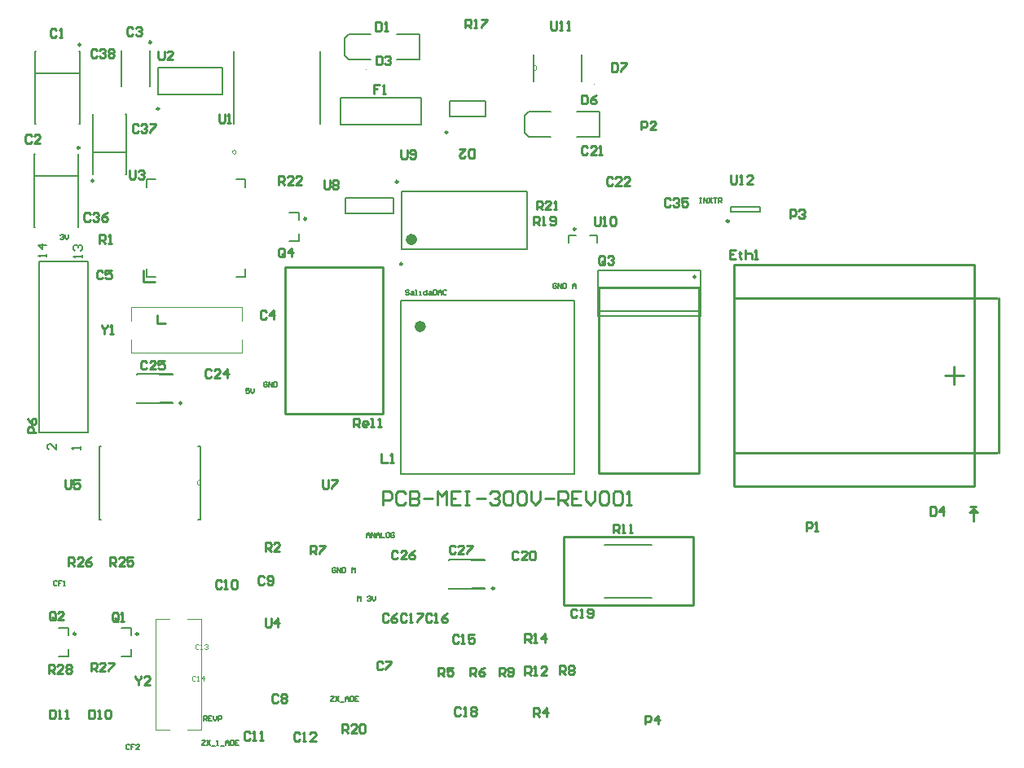
<source format=gto>
G04 Layer_Color=65535*
%FSLAX44Y44*%
%MOMM*%
G71*
G01*
G75*
%ADD45C,0.2540*%
%ADD47C,0.6000*%
%ADD64C,0.2500*%
%ADD65C,0.0000*%
%ADD66C,0.1000*%
%ADD67C,0.2000*%
%ADD68C,0.1200*%
%ADD69C,0.1524*%
%ADD70C,0.1270*%
%ADD71C,0.1500*%
%ADD72C,0.2032*%
D45*
X620400Y630800D02*
Y783200D01*
X518800D02*
X620400D01*
X518800Y630800D02*
Y783200D01*
Y630800D02*
X620400D01*
X1043500Y834000D02*
Y842997D01*
X1047999D01*
X1049498Y841498D01*
Y838499D01*
X1047999Y836999D01*
X1043500D01*
X1052497Y841498D02*
X1053997Y842997D01*
X1056996D01*
X1058495Y841498D01*
Y839998D01*
X1056996Y838499D01*
X1055496D01*
X1056996D01*
X1058495Y836999D01*
Y835499D01*
X1056996Y834000D01*
X1053997D01*
X1052497Y835499D01*
X357000Y883997D02*
Y876499D01*
X358499Y875000D01*
X361498D01*
X362998Y876499D01*
Y883997D01*
X365997Y882498D02*
X367497Y883997D01*
X370496D01*
X371995Y882498D01*
Y880998D01*
X370496Y879499D01*
X368996D01*
X370496D01*
X371995Y877999D01*
Y876499D01*
X370496Y875000D01*
X367497D01*
X365997Y876499D01*
X827000Y961997D02*
Y953000D01*
X831498D01*
X832998Y954500D01*
Y960498D01*
X831498Y961997D01*
X827000D01*
X841995D02*
X838996Y960498D01*
X835997Y957498D01*
Y954500D01*
X837497Y953000D01*
X840496D01*
X841995Y954500D01*
Y955999D01*
X840496Y957498D01*
X835997D01*
X840063Y835375D02*
Y827878D01*
X841562Y826378D01*
X844561D01*
X846061Y827878D01*
Y835375D01*
X849060Y826378D02*
X852059D01*
X850559D01*
Y835375D01*
X849060Y833876D01*
X856557D02*
X858057Y835375D01*
X861056D01*
X862555Y833876D01*
Y827878D01*
X861056Y826378D01*
X858057D01*
X856557Y827878D01*
Y833876D01*
X639318Y905109D02*
Y897611D01*
X640817Y896112D01*
X643817D01*
X645316Y897611D01*
Y905109D01*
X648315Y897611D02*
X649815Y896112D01*
X652814D01*
X654313Y897611D01*
Y903610D01*
X652814Y905109D01*
X649815D01*
X648315Y903610D01*
Y902110D01*
X649815Y900611D01*
X654313D01*
X777000Y827000D02*
Y835997D01*
X781498D01*
X782998Y834498D01*
Y831498D01*
X781498Y829999D01*
X777000D01*
X779999D02*
X782998Y827000D01*
X785997D02*
X788996D01*
X787497D01*
Y835997D01*
X785997Y834498D01*
X793495Y828500D02*
X794994Y827000D01*
X797993D01*
X799493Y828500D01*
Y834498D01*
X797993Y835997D01*
X794994D01*
X793495Y834498D01*
Y832998D01*
X794994Y831498D01*
X799493D01*
X512000Y869000D02*
Y877997D01*
X516498D01*
X517998Y876498D01*
Y873499D01*
X516498Y871999D01*
X512000D01*
X514999D02*
X517998Y869000D01*
X526995D02*
X520997D01*
X526995Y874998D01*
Y876498D01*
X525496Y877997D01*
X522497D01*
X520997Y876498D01*
X535992Y869000D02*
X529994D01*
X535992Y874998D01*
Y876498D01*
X534493Y877997D01*
X531494D01*
X529994Y876498D01*
X706000Y1032000D02*
Y1040997D01*
X710499D01*
X711998Y1039498D01*
Y1036498D01*
X710499Y1034999D01*
X706000D01*
X708999D02*
X711998Y1032000D01*
X714997D02*
X717996D01*
X716497D01*
Y1040997D01*
X714997Y1039498D01*
X722495Y1040997D02*
X728493D01*
Y1039498D01*
X722495Y1033500D01*
Y1032000D01*
X616998Y972997D02*
X611000D01*
Y968499D01*
X613999D01*
X611000D01*
Y964000D01*
X619997D02*
X622996D01*
X621497D01*
Y972997D01*
X619997Y971497D01*
X858150Y995347D02*
Y986350D01*
X862648D01*
X864148Y987849D01*
Y993847D01*
X862648Y995347D01*
X858150D01*
X867147D02*
X873145D01*
Y993847D01*
X867147Y987849D01*
Y986350D01*
X613193Y1002787D02*
Y993790D01*
X617691D01*
X619191Y995289D01*
Y1001287D01*
X617691Y1002787D01*
X613193D01*
X622190Y1001287D02*
X623690Y1002787D01*
X626689D01*
X628188Y1001287D01*
Y999788D01*
X626689Y998288D01*
X625189D01*
X626689D01*
X628188Y996789D01*
Y995289D01*
X626689Y993790D01*
X623690D01*
X622190Y995289D01*
X715000Y897003D02*
Y906000D01*
X710501D01*
X709002Y904501D01*
Y898502D01*
X710501Y897003D01*
X715000D01*
X700005Y906000D02*
X706003D01*
X700005Y900002D01*
Y898502D01*
X701504Y897003D01*
X704503D01*
X706003Y898502D01*
X695548Y492598D02*
X694048Y494097D01*
X691049D01*
X689550Y492598D01*
Y486600D01*
X691049Y485100D01*
X694048D01*
X695548Y486600D01*
X704545Y485100D02*
X698547D01*
X704545Y491098D01*
Y492598D01*
X703046Y494097D01*
X700047D01*
X698547Y492598D01*
X707544Y494097D02*
X713542D01*
Y492598D01*
X707544Y486600D01*
Y485100D01*
X635748Y487248D02*
X634249Y488747D01*
X631250D01*
X629750Y487248D01*
Y481250D01*
X631250Y479750D01*
X634249D01*
X635748Y481250D01*
X644745Y479750D02*
X638747D01*
X644745Y485748D01*
Y487248D01*
X643246Y488747D01*
X640247D01*
X638747Y487248D01*
X653742Y488747D02*
X650743Y487248D01*
X647744Y484249D01*
Y481250D01*
X649244Y479750D01*
X652243D01*
X653742Y481250D01*
Y482749D01*
X652243Y484249D01*
X647744D01*
X374998Y684498D02*
X373498Y685997D01*
X370499D01*
X369000Y684498D01*
Y678500D01*
X370499Y677000D01*
X373498D01*
X374998Y678500D01*
X383995Y677000D02*
X377997D01*
X383995Y682998D01*
Y684498D01*
X382496Y685997D01*
X379497D01*
X377997Y684498D01*
X392992Y685997D02*
X386994D01*
Y681498D01*
X389993Y682998D01*
X391493D01*
X392992Y681498D01*
Y678500D01*
X391493Y677000D01*
X388494D01*
X386994Y678500D01*
X441998Y675498D02*
X440499Y676997D01*
X437500D01*
X436000Y675498D01*
Y669500D01*
X437500Y668000D01*
X440499D01*
X441998Y669500D01*
X450995Y668000D02*
X444997D01*
X450995Y673998D01*
Y675498D01*
X449496Y676997D01*
X446497D01*
X444997Y675498D01*
X458493Y668000D02*
Y676997D01*
X453994Y672499D01*
X459992D01*
X768000Y393000D02*
Y401997D01*
X772498D01*
X773998Y400498D01*
Y397499D01*
X772498Y395999D01*
X768000D01*
X770999D02*
X773998Y393000D01*
X776997D02*
X779996D01*
X778497D01*
Y401997D01*
X776997Y400498D01*
X788993Y393000D02*
Y401997D01*
X784495Y397499D01*
X790493D01*
X741000Y358000D02*
Y366997D01*
X745499D01*
X746998Y365498D01*
Y362499D01*
X745499Y360999D01*
X741000D01*
X743999D02*
X746998Y358000D01*
X749997Y359500D02*
X751497Y358000D01*
X754496D01*
X755995Y359500D01*
Y365498D01*
X754496Y366997D01*
X751497D01*
X749997Y365498D01*
Y363998D01*
X751497Y362499D01*
X755995D01*
X280998Y1029498D02*
X279499Y1030997D01*
X276500D01*
X275000Y1029498D01*
Y1023500D01*
X276500Y1022000D01*
X279499D01*
X280998Y1023500D01*
X283997Y1022000D02*
X286996D01*
X285497D01*
Y1030997D01*
X283997Y1029498D01*
X254998Y919498D02*
X253499Y920997D01*
X250499D01*
X249000Y919498D01*
Y913500D01*
X250499Y912000D01*
X253499D01*
X254998Y913500D01*
X263995Y912000D02*
X257997D01*
X263995Y917998D01*
Y919498D01*
X262496Y920997D01*
X259497D01*
X257997Y919498D01*
X360456Y1031498D02*
X358957Y1032997D01*
X355958D01*
X354458Y1031498D01*
Y1025499D01*
X355958Y1024000D01*
X358957D01*
X360456Y1025499D01*
X363455Y1031498D02*
X364955Y1032997D01*
X367954D01*
X369453Y1031498D01*
Y1029998D01*
X367954Y1028499D01*
X366454D01*
X367954D01*
X369453Y1026999D01*
Y1025499D01*
X367954Y1024000D01*
X364955D01*
X363455Y1025499D01*
X498998Y736498D02*
X497499Y737997D01*
X494500D01*
X493000Y736498D01*
Y730499D01*
X494500Y729000D01*
X497499D01*
X498998Y730499D01*
X506496Y729000D02*
Y737997D01*
X501997Y733499D01*
X507995D01*
X328998Y778498D02*
X327499Y779997D01*
X324500D01*
X323000Y778498D01*
Y772499D01*
X324500Y771000D01*
X327499D01*
X328998Y772499D01*
X337995Y779997D02*
X331997D01*
Y775499D01*
X334996Y776998D01*
X336496D01*
X337995Y775499D01*
Y772499D01*
X336496Y771000D01*
X333497D01*
X331997Y772499D01*
X625998Y421498D02*
X624498Y422997D01*
X621499D01*
X620000Y421498D01*
Y415499D01*
X621499Y414000D01*
X624498D01*
X625998Y415499D01*
X634995Y422997D02*
X631996Y421498D01*
X628997Y418499D01*
Y415499D01*
X630497Y414000D01*
X633496D01*
X634995Y415499D01*
Y416999D01*
X633496Y418499D01*
X628997D01*
X620028Y372087D02*
X618529Y373586D01*
X615530D01*
X614030Y372087D01*
Y366088D01*
X615530Y364589D01*
X618529D01*
X620028Y366088D01*
X623027Y373586D02*
X629025D01*
Y372087D01*
X623027Y366088D01*
Y364589D01*
X511498Y337997D02*
X509999Y339497D01*
X507000D01*
X505500Y337997D01*
Y331999D01*
X507000Y330500D01*
X509999D01*
X511498Y331999D01*
X514497Y337997D02*
X515997Y339497D01*
X518996D01*
X520495Y337997D01*
Y336498D01*
X518996Y334998D01*
X520495Y333499D01*
Y331999D01*
X518996Y330500D01*
X515997D01*
X514497Y331999D01*
Y333499D01*
X515997Y334998D01*
X514497Y336498D01*
Y337997D01*
X515997Y334998D02*
X518996D01*
X496998Y460498D02*
X495499Y461997D01*
X492500D01*
X491000Y460498D01*
Y454500D01*
X492500Y453000D01*
X495499D01*
X496998Y454500D01*
X499997D02*
X501497Y453000D01*
X504496D01*
X505995Y454500D01*
Y460498D01*
X504496Y461997D01*
X501497D01*
X499997Y460498D01*
Y458998D01*
X501497Y457499D01*
X505995D01*
X452598Y456398D02*
X451099Y457897D01*
X448100D01*
X446600Y456398D01*
Y450400D01*
X448100Y448900D01*
X451099D01*
X452598Y450400D01*
X455597Y448900D02*
X458596D01*
X457097D01*
Y457897D01*
X455597Y456398D01*
X463095D02*
X464594Y457897D01*
X467593D01*
X469093Y456398D01*
Y450400D01*
X467593Y448900D01*
X464594D01*
X463095Y450400D01*
Y456398D01*
X481998Y298997D02*
X480499Y300497D01*
X477500D01*
X476000Y298997D01*
Y292999D01*
X477500Y291500D01*
X480499D01*
X481998Y292999D01*
X484997Y291500D02*
X487996D01*
X486497D01*
Y300497D01*
X484997Y298997D01*
X492495Y291500D02*
X495494D01*
X493994D01*
Y300497D01*
X492495Y298997D01*
X533998Y297997D02*
X532499Y299497D01*
X529500D01*
X528000Y297997D01*
Y291999D01*
X529500Y290500D01*
X532499D01*
X533998Y291999D01*
X536997Y290500D02*
X539996D01*
X538497D01*
Y299497D01*
X536997Y297997D01*
X550493Y290500D02*
X544495D01*
X550493Y296498D01*
Y297997D01*
X548993Y299497D01*
X545994D01*
X544495Y297997D01*
X698998Y399498D02*
X697499Y400997D01*
X694500D01*
X693000Y399498D01*
Y393499D01*
X694500Y392000D01*
X697499D01*
X698998Y393499D01*
X701997Y392000D02*
X704996D01*
X703497D01*
Y400997D01*
X701997Y399498D01*
X715493Y400997D02*
X709495D01*
Y396498D01*
X712494Y397998D01*
X713993D01*
X715493Y396498D01*
Y393499D01*
X713993Y392000D01*
X710994D01*
X709495Y393499D01*
X670998Y421498D02*
X669499Y422997D01*
X666499D01*
X665000Y421498D01*
Y415499D01*
X666499Y414000D01*
X669499D01*
X670998Y415499D01*
X673997Y414000D02*
X676996D01*
X675497D01*
Y422997D01*
X673997Y421498D01*
X687493Y422997D02*
X684494Y421498D01*
X681495Y418499D01*
Y415499D01*
X682994Y414000D01*
X685993D01*
X687493Y415499D01*
Y416999D01*
X685993Y418499D01*
X681495D01*
X644998Y421498D02*
X643499Y422997D01*
X640499D01*
X639000Y421498D01*
Y415499D01*
X640499Y414000D01*
X643499D01*
X644998Y415499D01*
X647997Y414000D02*
X650996D01*
X649497D01*
Y422997D01*
X647997Y421498D01*
X655495Y422997D02*
X661493D01*
Y421498D01*
X655495Y415499D01*
Y414000D01*
X700998Y324498D02*
X699499Y325997D01*
X696499D01*
X695000Y324498D01*
Y318500D01*
X696499Y317000D01*
X699499D01*
X700998Y318500D01*
X703997Y317000D02*
X706996D01*
X705497D01*
Y325997D01*
X703997Y324498D01*
X711495D02*
X712994Y325997D01*
X715993D01*
X717493Y324498D01*
Y322998D01*
X715993Y321498D01*
X717493Y319999D01*
Y318500D01*
X715993Y317000D01*
X712994D01*
X711495Y318500D01*
Y319999D01*
X712994Y321498D01*
X711495Y322998D01*
Y324498D01*
X712994Y321498D02*
X715993D01*
X821998Y426498D02*
X820499Y427997D01*
X817499D01*
X816000Y426498D01*
Y420499D01*
X817499Y419000D01*
X820499D01*
X821998Y420499D01*
X824997Y419000D02*
X827996D01*
X826497D01*
Y427997D01*
X824997Y426498D01*
X832495Y420499D02*
X833994Y419000D01*
X836993D01*
X838493Y420499D01*
Y426498D01*
X836993Y427997D01*
X833994D01*
X832495Y426498D01*
Y424998D01*
X833994Y423498D01*
X838493D01*
X760998Y486498D02*
X759499Y487997D01*
X756499D01*
X755000Y486498D01*
Y480499D01*
X756499Y479000D01*
X759499D01*
X760998Y480499D01*
X769995Y479000D02*
X763997D01*
X769995Y484998D01*
Y486498D01*
X768496Y487997D01*
X765497D01*
X763997Y486498D01*
X772994D02*
X774494Y487997D01*
X777493D01*
X778992Y486498D01*
Y480499D01*
X777493Y479000D01*
X774494D01*
X772994Y480499D01*
Y486498D01*
X832998Y907498D02*
X831498Y908997D01*
X828500D01*
X827000Y907498D01*
Y901499D01*
X828500Y900000D01*
X831498D01*
X832998Y901499D01*
X841995Y900000D02*
X835997D01*
X841995Y905998D01*
Y907498D01*
X840496Y908997D01*
X837497D01*
X835997Y907498D01*
X844994Y900000D02*
X847993D01*
X846494D01*
Y908997D01*
X844994Y907498D01*
X858998Y875498D02*
X857498Y876997D01*
X854500D01*
X853000Y875498D01*
Y869500D01*
X854500Y868000D01*
X857498D01*
X858998Y869500D01*
X867995Y868000D02*
X861997D01*
X867995Y873998D01*
Y875498D01*
X866496Y876997D01*
X863497D01*
X861997Y875498D01*
X876992Y868000D02*
X870994D01*
X876992Y873998D01*
Y875498D01*
X875493Y876997D01*
X872494D01*
X870994Y875498D01*
X613000Y1037997D02*
Y1029000D01*
X617499D01*
X618998Y1030499D01*
Y1036498D01*
X617499Y1037997D01*
X613000D01*
X621997Y1029000D02*
X624996D01*
X623497D01*
Y1037997D01*
X621997Y1036498D01*
X986998Y800997D02*
X981000D01*
Y792000D01*
X986998D01*
X981000Y796498D02*
X983999D01*
X991497Y799498D02*
Y797998D01*
X989997D01*
X992996D01*
X991497D01*
Y793500D01*
X992996Y792000D01*
X997495Y800997D02*
Y792000D01*
Y796498D01*
X998994Y797998D01*
X1001993D01*
X1003493Y796498D01*
Y792000D01*
X1006492D02*
X1009491D01*
X1007991D01*
Y800997D01*
X1006492Y799498D01*
X619000Y588997D02*
Y580000D01*
X624998D01*
X627997D02*
X630996D01*
X629497D01*
Y588997D01*
X627997Y587498D01*
X889000Y926000D02*
Y934997D01*
X893499D01*
X894998Y933498D01*
Y930499D01*
X893499Y928999D01*
X889000D01*
X903995Y926000D02*
X897997D01*
X903995Y931998D01*
Y933498D01*
X902496Y934997D01*
X899497D01*
X897997Y933498D01*
X517998Y795499D02*
Y801498D01*
X516498Y802997D01*
X513499D01*
X512000Y801498D01*
Y795499D01*
X513499Y794000D01*
X516498D01*
X514999Y796999D02*
X517998Y794000D01*
X516498D02*
X517998Y795499D01*
X525496Y794000D02*
Y802997D01*
X520997Y798499D01*
X526995D01*
X850998Y787499D02*
Y793498D01*
X849499Y794997D01*
X846499D01*
X845000Y793498D01*
Y787499D01*
X846499Y786000D01*
X849499D01*
X847999Y788999D02*
X850998Y786000D01*
X849499D02*
X850998Y787499D01*
X853997Y793498D02*
X855497Y794997D01*
X858496D01*
X859995Y793498D01*
Y791998D01*
X858496Y790499D01*
X856996D01*
X858496D01*
X859995Y788999D01*
Y787499D01*
X858496Y786000D01*
X855497D01*
X853997Y787499D01*
X326000Y808000D02*
Y816997D01*
X330499D01*
X331998Y815498D01*
Y812499D01*
X330499Y810999D01*
X326000D01*
X328999D02*
X331998Y808000D01*
X334997D02*
X337996D01*
X336497D01*
Y816997D01*
X334997Y815498D01*
X498000Y488000D02*
Y496997D01*
X502499D01*
X503998Y495498D01*
Y492499D01*
X502499Y490999D01*
X498000D01*
X500999D02*
X503998Y488000D01*
X512995D02*
X506997D01*
X512995Y493998D01*
Y495498D01*
X511496Y496997D01*
X508497D01*
X506997Y495498D01*
X777000Y316000D02*
Y324997D01*
X781498D01*
X782998Y323498D01*
Y320499D01*
X781498Y318999D01*
X777000D01*
X779999D02*
X782998Y316000D01*
X790496D02*
Y324997D01*
X785997Y320499D01*
X791995D01*
X678000Y358000D02*
Y366997D01*
X682498D01*
X683998Y365498D01*
Y362499D01*
X682498Y360999D01*
X678000D01*
X680999D02*
X683998Y358000D01*
X692995Y366997D02*
X686997D01*
Y362499D01*
X689996Y363998D01*
X691496D01*
X692995Y362499D01*
Y359500D01*
X691496Y358000D01*
X688497D01*
X686997Y359500D01*
X711000Y358000D02*
Y366997D01*
X715499D01*
X716998Y365498D01*
Y362499D01*
X715499Y360999D01*
X711000D01*
X713999D02*
X716998Y358000D01*
X725995Y366997D02*
X722996Y365498D01*
X719997Y362499D01*
Y359500D01*
X721497Y358000D01*
X724496D01*
X725995Y359500D01*
Y360999D01*
X724496Y362499D01*
X719997D01*
X545000Y485000D02*
Y493997D01*
X549498D01*
X550998Y492498D01*
Y489498D01*
X549498Y487999D01*
X545000D01*
X547999D02*
X550998Y485000D01*
X553997Y493997D02*
X559995D01*
Y492498D01*
X553997Y486499D01*
Y485000D01*
X804000Y360000D02*
Y368997D01*
X808499D01*
X809998Y367498D01*
Y364498D01*
X808499Y362999D01*
X804000D01*
X806999D02*
X809998Y360000D01*
X812997Y367498D02*
X814497Y368997D01*
X817496D01*
X818995Y367498D01*
Y365998D01*
X817496Y364498D01*
X818995Y362999D01*
Y361499D01*
X817496Y360000D01*
X814497D01*
X812997Y361499D01*
Y362999D01*
X814497Y364498D01*
X812997Y365998D01*
Y367498D01*
X814497Y364498D02*
X817496D01*
X860000Y507000D02*
Y515997D01*
X864499D01*
X865998Y514498D01*
Y511498D01*
X864499Y509999D01*
X860000D01*
X862999D02*
X865998Y507000D01*
X868997D02*
X871996D01*
X870497D01*
Y515997D01*
X868997Y514498D01*
X876495Y507000D02*
X879494D01*
X877994D01*
Y515997D01*
X876495Y514498D01*
X768000Y359000D02*
Y367997D01*
X772498D01*
X773998Y366498D01*
Y363498D01*
X772498Y361999D01*
X768000D01*
X770999D02*
X773998Y359000D01*
X776997D02*
X779996D01*
X778497D01*
Y367997D01*
X776997Y366498D01*
X790493Y359000D02*
X784495D01*
X790493Y364998D01*
Y366498D01*
X788993Y367997D01*
X785994D01*
X784495Y366498D01*
X780000Y843000D02*
Y851997D01*
X784499D01*
X785998Y850498D01*
Y847498D01*
X784499Y845999D01*
X780000D01*
X782999D02*
X785998Y843000D01*
X794995D02*
X788997D01*
X794995Y848998D01*
Y850498D01*
X793496Y851997D01*
X790497D01*
X788997Y850498D01*
X797994Y843000D02*
X800993D01*
X799494D01*
Y851997D01*
X797994Y850498D01*
X450000Y941997D02*
Y934500D01*
X451499Y933000D01*
X454498D01*
X455998Y934500D01*
Y941997D01*
X458997Y933000D02*
X461996D01*
X460497D01*
Y941997D01*
X458997Y940498D01*
X387000Y1007997D02*
Y1000499D01*
X388499Y999000D01*
X391498D01*
X392998Y1000499D01*
Y1007997D01*
X401995Y999000D02*
X395997D01*
X401995Y1004998D01*
Y1006498D01*
X400496Y1007997D01*
X397497D01*
X395997Y1006498D01*
X498000Y417997D02*
Y410499D01*
X499500Y409000D01*
X502499D01*
X503998Y410499D01*
Y417997D01*
X511496Y409000D02*
Y417997D01*
X506997Y413498D01*
X512995D01*
X290000Y561997D02*
Y554500D01*
X291500Y553000D01*
X294499D01*
X295998Y554500D01*
Y561997D01*
X304995D02*
X298997D01*
Y557499D01*
X301996Y558998D01*
X303496D01*
X304995Y557499D01*
Y554500D01*
X303496Y553000D01*
X300497D01*
X298997Y554500D01*
X795000Y1038997D02*
Y1031499D01*
X796499Y1030000D01*
X799499D01*
X800998Y1031499D01*
Y1038997D01*
X803997Y1030000D02*
X806996D01*
X805497D01*
Y1038997D01*
X803997Y1037498D01*
X811495Y1030000D02*
X814494D01*
X812994D01*
Y1038997D01*
X811495Y1037498D01*
X558000Y561997D02*
Y554500D01*
X559500Y553000D01*
X562499D01*
X563998Y554500D01*
Y561997D01*
X566997D02*
X572995D01*
Y560498D01*
X566997Y554500D01*
Y553000D01*
X328000Y722997D02*
Y721498D01*
X330999Y718499D01*
X333998Y721498D01*
Y722997D01*
X330999Y718499D02*
Y714000D01*
X336997D02*
X339996D01*
X338497D01*
Y722997D01*
X336997Y721498D01*
X363000Y357997D02*
Y356498D01*
X365999Y353498D01*
X368998Y356498D01*
Y357997D01*
X365999Y353498D02*
Y349000D01*
X377995D02*
X371997D01*
X377995Y354998D01*
Y356498D01*
X376496Y357997D01*
X373497D01*
X371997Y356498D01*
X559054Y873613D02*
Y866115D01*
X560554Y864616D01*
X563553D01*
X565052Y866115D01*
Y873613D01*
X568051Y872114D02*
X569551Y873613D01*
X572550D01*
X574049Y872114D01*
Y870614D01*
X572550Y869115D01*
X574049Y867615D01*
Y866115D01*
X572550Y864616D01*
X569551D01*
X568051Y866115D01*
Y867615D01*
X569551Y869115D01*
X568051Y870614D01*
Y872114D01*
X569551Y869115D02*
X572550D01*
X590000Y617000D02*
Y625997D01*
X594498D01*
X595998Y624498D01*
Y621499D01*
X594498Y619999D01*
X590000D01*
X592999D02*
X595998Y617000D01*
X603496D02*
X600497D01*
X598997Y618499D01*
Y621499D01*
X600497Y622998D01*
X603496D01*
X604995Y621499D01*
Y619999D01*
X598997D01*
X607994Y617000D02*
X610993D01*
X609494D01*
Y625997D01*
X607994D01*
X615492Y617000D02*
X618491D01*
X616991D01*
Y625997D01*
X615492Y624498D01*
X918998Y853498D02*
X917498Y854997D01*
X914500D01*
X913000Y853498D01*
Y847499D01*
X914500Y846000D01*
X917498D01*
X918998Y847499D01*
X921997Y853498D02*
X923497Y854997D01*
X926496D01*
X927995Y853498D01*
Y851998D01*
X926496Y850499D01*
X924996D01*
X926496D01*
X927995Y848999D01*
Y847499D01*
X926496Y846000D01*
X923497D01*
X921997Y847499D01*
X936992Y854997D02*
X930994D01*
Y850499D01*
X933993Y851998D01*
X935493D01*
X936992Y850499D01*
Y847499D01*
X935493Y846000D01*
X932494D01*
X930994Y847499D01*
X315998Y838498D02*
X314499Y839997D01*
X311500D01*
X310000Y838498D01*
Y832499D01*
X311500Y831000D01*
X314499D01*
X315998Y832499D01*
X318997Y838498D02*
X320497Y839997D01*
X323496D01*
X324995Y838498D01*
Y836998D01*
X323496Y835499D01*
X321996D01*
X323496D01*
X324995Y833999D01*
Y832499D01*
X323496Y831000D01*
X320497D01*
X318997Y832499D01*
X333992Y839997D02*
X330993Y838498D01*
X327994Y835499D01*
Y832499D01*
X329494Y831000D01*
X332493D01*
X333992Y832499D01*
Y833999D01*
X332493Y835499D01*
X327994D01*
X365998Y930498D02*
X364498Y931997D01*
X361499D01*
X360000Y930498D01*
Y924500D01*
X361499Y923000D01*
X364498D01*
X365998Y924500D01*
X368997Y930498D02*
X370497Y931997D01*
X373496D01*
X374995Y930498D01*
Y928998D01*
X373496Y927499D01*
X371996D01*
X373496D01*
X374995Y925999D01*
Y924500D01*
X373496Y923000D01*
X370497D01*
X368997Y924500D01*
X377994Y931997D02*
X383992D01*
Y930498D01*
X377994Y924500D01*
Y923000D01*
X322998Y1008498D02*
X321498Y1009997D01*
X318500D01*
X317000Y1008498D01*
Y1002499D01*
X318500Y1001000D01*
X321498D01*
X322998Y1002499D01*
X325997Y1008498D02*
X327497Y1009997D01*
X330496D01*
X331995Y1008498D01*
Y1006998D01*
X330496Y1005499D01*
X328996D01*
X330496D01*
X331995Y1003999D01*
Y1002499D01*
X330496Y1001000D01*
X327497D01*
X325997Y1002499D01*
X334994Y1008498D02*
X336494Y1009997D01*
X339493D01*
X340992Y1008498D01*
Y1006998D01*
X339493Y1005499D01*
X340992Y1003999D01*
Y1002499D01*
X339493Y1001000D01*
X336494D01*
X334994Y1002499D01*
Y1003999D01*
X336494Y1005499D01*
X334994Y1006998D01*
Y1008498D01*
X336494Y1005499D02*
X339493D01*
X1189000Y533997D02*
Y525000D01*
X1193499D01*
X1194998Y526499D01*
Y532498D01*
X1193499Y533997D01*
X1189000D01*
X1202496Y525000D02*
Y533997D01*
X1197997Y529498D01*
X1203995D01*
X315000Y322997D02*
Y314000D01*
X319499D01*
X320998Y315499D01*
Y321498D01*
X319499Y322997D01*
X315000D01*
X323997Y314000D02*
X326996D01*
X325497D01*
Y322997D01*
X323997Y321498D01*
X331495D02*
X332994Y322997D01*
X335993D01*
X337493Y321498D01*
Y315499D01*
X335993Y314000D01*
X332994D01*
X331495Y315499D01*
Y321498D01*
X274000Y322997D02*
Y314000D01*
X278499D01*
X279998Y315499D01*
Y321498D01*
X278499Y322997D01*
X274000D01*
X282997Y314000D02*
X285996D01*
X284497D01*
Y322997D01*
X282997Y321498D01*
X290495Y314000D02*
X293494D01*
X291994D01*
Y322997D01*
X290495Y321498D01*
X344998Y416499D02*
Y422498D01*
X343499Y423997D01*
X340499D01*
X339000Y422498D01*
Y416499D01*
X340499Y415000D01*
X343499D01*
X341999Y417999D02*
X344998Y415000D01*
X343499D02*
X344998Y416499D01*
X347997Y415000D02*
X350996D01*
X349497D01*
Y423997D01*
X347997Y422498D01*
X279648Y417749D02*
Y423748D01*
X278148Y425247D01*
X275149D01*
X273650Y423748D01*
Y417749D01*
X275149Y416250D01*
X278148D01*
X276649Y419249D02*
X279648Y416250D01*
X278148D02*
X279648Y417749D01*
X288645Y416250D02*
X282647D01*
X288645Y422248D01*
Y423748D01*
X287146Y425247D01*
X284147D01*
X282647Y423748D01*
X578000Y299000D02*
Y307997D01*
X582499D01*
X583998Y306498D01*
Y303499D01*
X582499Y301999D01*
X578000D01*
X580999D02*
X583998Y299000D01*
X592995D02*
X586997D01*
X592995Y304998D01*
Y306498D01*
X591496Y307997D01*
X588497D01*
X586997Y306498D01*
X595994D02*
X597494Y307997D01*
X600493D01*
X601992Y306498D01*
Y300499D01*
X600493Y299000D01*
X597494D01*
X595994Y300499D01*
Y306498D01*
X336600Y472500D02*
Y481497D01*
X341099D01*
X342598Y479998D01*
Y476998D01*
X341099Y475499D01*
X336600D01*
X339599D02*
X342598Y472500D01*
X351595D02*
X345597D01*
X351595Y478498D01*
Y479998D01*
X350096Y481497D01*
X347097D01*
X345597Y479998D01*
X360592Y481497D02*
X354594D01*
Y476998D01*
X357593Y478498D01*
X359093D01*
X360592Y476998D01*
Y473999D01*
X359093Y472500D01*
X356094D01*
X354594Y473999D01*
X293600Y472500D02*
Y481497D01*
X298099D01*
X299598Y479997D01*
Y476998D01*
X298099Y475499D01*
X293600D01*
X296599D02*
X299598Y472500D01*
X308595D02*
X302597D01*
X308595Y478498D01*
Y479997D01*
X307096Y481497D01*
X304097D01*
X302597Y479997D01*
X317592Y481497D02*
X314593Y479997D01*
X311594Y476998D01*
Y473999D01*
X313094Y472500D01*
X316093D01*
X317592Y473999D01*
Y475499D01*
X316093Y476998D01*
X311594D01*
X317000Y363000D02*
Y371997D01*
X321498D01*
X322998Y370498D01*
Y367499D01*
X321498Y365999D01*
X317000D01*
X319999D02*
X322998Y363000D01*
X331995D02*
X325997D01*
X331995Y368998D01*
Y370498D01*
X330496Y371997D01*
X327497D01*
X325997Y370498D01*
X334994Y371997D02*
X340992D01*
Y370498D01*
X334994Y364500D01*
Y363000D01*
X273000Y361000D02*
Y369997D01*
X277498D01*
X278998Y368498D01*
Y365499D01*
X277498Y363999D01*
X273000D01*
X275999D02*
X278998Y361000D01*
X287995D02*
X281997D01*
X287995Y366998D01*
Y368498D01*
X286496Y369997D01*
X283497D01*
X281997Y368498D01*
X290994D02*
X292494Y369997D01*
X295493D01*
X296992Y368498D01*
Y366998D01*
X295493Y365499D01*
X296992Y363999D01*
Y362500D01*
X295493Y361000D01*
X292494D01*
X290994Y362500D01*
Y363999D01*
X292494Y365499D01*
X290994Y366998D01*
Y368498D01*
X292494Y365499D02*
X295493D01*
X982000Y878997D02*
Y871499D01*
X983500Y870000D01*
X986498D01*
X987998Y871499D01*
Y878997D01*
X990997Y870000D02*
X993996D01*
X992497D01*
Y878997D01*
X990997Y877498D01*
X1004493Y870000D02*
X998495D01*
X1004493Y875998D01*
Y877498D01*
X1002993Y878997D01*
X999994D01*
X998495Y877498D01*
X1060196Y509270D02*
Y518267D01*
X1064695D01*
X1066194Y516768D01*
Y513769D01*
X1064695Y512269D01*
X1060196D01*
X1069193Y509270D02*
X1072192D01*
X1070693D01*
Y518267D01*
X1069193Y516768D01*
X893000Y308000D02*
Y316997D01*
X897498D01*
X898998Y315498D01*
Y312498D01*
X897498Y310999D01*
X893000D01*
X906496Y308000D02*
Y316997D01*
X901997Y312498D01*
X907995D01*
X260000Y611000D02*
X251003D01*
Y615499D01*
X252502Y616998D01*
X255501D01*
X257001Y615499D01*
Y611000D01*
X251003Y625995D02*
X252502Y622996D01*
X255501Y619997D01*
X258500D01*
X260000Y621497D01*
Y624496D01*
X258500Y625995D01*
X257001D01*
X255501Y624496D01*
Y619997D01*
X620000Y536000D02*
Y550235D01*
X627118D01*
X629490Y547863D01*
Y543118D01*
X627118Y540745D01*
X620000D01*
X643726Y547863D02*
X641353Y550235D01*
X636608D01*
X634235Y547863D01*
Y538373D01*
X636608Y536000D01*
X641353D01*
X643726Y538373D01*
X648471Y550235D02*
Y536000D01*
X655589D01*
X657961Y538373D01*
Y540745D01*
X655589Y543118D01*
X648471D01*
X655589D01*
X657961Y545490D01*
Y547863D01*
X655589Y550235D01*
X648471D01*
X662706Y543118D02*
X672197D01*
X676942Y536000D02*
Y550235D01*
X681687Y545490D01*
X686432Y550235D01*
Y536000D01*
X700667Y550235D02*
X691177D01*
Y536000D01*
X700667D01*
X691177Y543118D02*
X695922D01*
X705412Y550235D02*
X710158D01*
X707785D01*
Y536000D01*
X705412D01*
X710158D01*
X717275Y543118D02*
X726766D01*
X731511Y547863D02*
X733883Y550235D01*
X738628D01*
X741001Y547863D01*
Y545490D01*
X738628Y543118D01*
X736256D01*
X738628D01*
X741001Y540745D01*
Y538373D01*
X738628Y536000D01*
X733883D01*
X731511Y538373D01*
X745746Y547863D02*
X748119Y550235D01*
X752864D01*
X755236Y547863D01*
Y538373D01*
X752864Y536000D01*
X748119D01*
X745746Y538373D01*
Y547863D01*
X759982D02*
X762354Y550235D01*
X767099D01*
X769472Y547863D01*
Y538373D01*
X767099Y536000D01*
X762354D01*
X759982Y538373D01*
Y547863D01*
X774217Y550235D02*
Y540745D01*
X778962Y536000D01*
X783707Y540745D01*
Y550235D01*
X788452Y543118D02*
X797943D01*
X802688Y536000D02*
Y550235D01*
X809805D01*
X812178Y547863D01*
Y543118D01*
X809805Y540745D01*
X802688D01*
X807433D02*
X812178Y536000D01*
X826413Y550235D02*
X816923D01*
Y536000D01*
X826413D01*
X816923Y543118D02*
X821668D01*
X831159Y550235D02*
Y540745D01*
X835904Y536000D01*
X840649Y540745D01*
Y550235D01*
X845394Y547863D02*
X847766Y550235D01*
X852512D01*
X854884Y547863D01*
Y538373D01*
X852512Y536000D01*
X847766D01*
X845394Y538373D01*
Y547863D01*
X859629D02*
X862002Y550235D01*
X866747D01*
X869120Y547863D01*
Y538373D01*
X866747Y536000D01*
X862002D01*
X859629Y538373D01*
Y547863D01*
X873865Y536000D02*
X878610D01*
X876237D01*
Y550235D01*
X873865Y547863D01*
D47*
X653000Y812000D02*
G03*
X653000Y812000I-3000J0D01*
G01*
X662150Y721500D02*
G03*
X662150Y721500I-3000J0D01*
G01*
D64*
X319750Y873000D02*
G03*
X319750Y873000I-1250J0D01*
G01*
X640600Y786500D02*
G03*
X640600Y786500I-1250J0D01*
G01*
X980000Y831000D02*
G03*
X980000Y831000I-1250J0D01*
G01*
X301150Y402000D02*
G03*
X301150Y402000I-1250J0D01*
G01*
X635950Y872000D02*
G03*
X635950Y872000I-1250J0D01*
G01*
X387750Y948000D02*
G03*
X387750Y948000I-1250J0D01*
G01*
X945450Y773100D02*
G03*
X945450Y773100I-1250J0D01*
G01*
X540750Y833500D02*
G03*
X540750Y833500I-1250J0D01*
G01*
X379708Y1017000D02*
G03*
X379708Y1017000I-1250J0D01*
G01*
X305250Y907500D02*
G03*
X305250Y907500I-1250J0D01*
G01*
X306250Y1014500D02*
G03*
X306250Y1014500I-1250J0D01*
G01*
X411250Y642000D02*
G03*
X411250Y642000I-1250J0D01*
G01*
X736050Y449100D02*
G03*
X736050Y449100I-1250J0D01*
G01*
X687550Y923500D02*
G03*
X687550Y923500I-1250J0D01*
G01*
X820813Y822878D02*
G03*
X820813Y822878I-1250J0D01*
G01*
X366150Y402000D02*
G03*
X366150Y402000I-1250J0D01*
G01*
X844350Y569100D02*
X948450D01*
X1214000Y661200D02*
Y679700D01*
X1204300Y670400D02*
X1223600D01*
X1235000Y589900D02*
Y750900D01*
Y589900D02*
X1259000D01*
X1260000D02*
Y750900D01*
X1235000D02*
X1259000D01*
X1235000D02*
Y751500D01*
Y750900D02*
Y785400D01*
X985000D02*
X1235000D01*
X985000Y664000D02*
Y785400D01*
Y750900D02*
X1235000D01*
X985000Y589900D02*
X1235000D01*
X985000Y555400D02*
Y664000D01*
Y555400D02*
X1235000D01*
Y589900D01*
X371000Y768000D02*
X383000D01*
X371000D02*
Y770000D01*
Y780000D01*
X844350Y569100D02*
Y762100D01*
X948450Y569100D02*
Y762100D01*
X844350D02*
X948450D01*
X943000Y431875D02*
Y503000D01*
X808000D02*
X943000D01*
X808000Y431875D02*
Y503000D01*
Y431875D02*
X943000D01*
X386000Y725000D02*
X394000D01*
X386000D02*
Y733000D01*
X1231000Y534000D02*
X1237000D01*
X1231000D02*
X1234000D01*
X1230000Y528000D02*
X1238000D01*
X1230000D02*
X1234000Y532000D01*
Y532000D01*
X1238000Y528000D01*
X1234000Y519000D02*
Y532000D01*
D65*
X777308Y987352D02*
G03*
X777308Y993448I0J3048D01*
G01*
X430578Y562048D02*
G03*
X430578Y555952I0J-3048D01*
G01*
X468000Y902650D02*
G03*
X468000Y902650I-2000J0D01*
G01*
D66*
X603704Y988977D02*
G03*
X603704Y988977I-500J0D01*
G01*
X840513Y973410D02*
G03*
X840513Y973410I-500J0D01*
G01*
X429332Y390165D02*
X428499Y390998D01*
X426833D01*
X426000Y390165D01*
Y386833D01*
X426833Y386000D01*
X428499D01*
X429332Y386833D01*
X430998Y386000D02*
X432664D01*
X431831D01*
Y390998D01*
X430998Y390165D01*
X435164D02*
X435997Y390998D01*
X437663D01*
X438496Y390165D01*
Y389332D01*
X437663Y388499D01*
X436830D01*
X437663D01*
X438496Y387666D01*
Y386833D01*
X437663Y386000D01*
X435997D01*
X435164Y386833D01*
X425332Y357165D02*
X424499Y357998D01*
X422833D01*
X422000Y357165D01*
Y353833D01*
X422833Y353000D01*
X424499D01*
X425332Y353833D01*
X426998Y353000D02*
X428665D01*
X427831D01*
Y357998D01*
X426998Y357165D01*
X433663Y353000D02*
Y357998D01*
X431164Y355499D01*
X434496D01*
D67*
X353000Y879500D02*
X353500D01*
X318500D02*
X319000D01*
X318500Y903000D02*
X353500D01*
X353000Y942500D02*
X353500D01*
X318500D02*
X319000D01*
X318500Y879500D02*
Y942500D01*
X353500Y879500D02*
Y942500D01*
X660000Y931030D02*
Y958970D01*
X576000Y931030D02*
Y958970D01*
X576090D02*
X659910D01*
X576090Y931030D02*
X659910D01*
X640000Y802000D02*
X770000D01*
X640000Y862000D02*
X770000D01*
X640000Y802000D02*
Y862000D01*
X770000Y802000D02*
Y862000D01*
X313800Y611500D02*
Y789300D01*
X263000Y611500D02*
Y789300D01*
Y611500D02*
X313800D01*
X263000Y789300D02*
X313800D01*
X981500Y845500D02*
X1012500D01*
X981500Y840500D02*
X1012500D01*
Y845500D01*
X981500Y840500D02*
Y845500D01*
X293400Y378500D02*
Y386500D01*
X283400Y378500D02*
X293400D01*
Y400500D02*
Y408500D01*
X283400D02*
X293400D01*
X581650Y855500D02*
X631650D01*
X581650Y839500D02*
X631650D01*
Y855500D01*
X581650Y839500D02*
Y855500D01*
X453501Y963000D02*
Y991000D01*
X386501Y963000D02*
Y991000D01*
X453501D01*
X386501Y963000D02*
X453501D01*
X843700Y732600D02*
Y779600D01*
X950700Y732600D02*
Y779600D01*
X843700D02*
X950700D01*
X843700Y732600D02*
X950700D01*
X843700Y737600D02*
X950700D01*
X533000Y810000D02*
Y818000D01*
X523000Y810000D02*
X533000D01*
Y832000D02*
Y840000D01*
X523000D02*
X533000D01*
X638850Y567850D02*
Y748150D01*
X819150Y567850D02*
Y748150D01*
X638850D02*
X819150D01*
X638850Y567850D02*
X819150D01*
X585000Y1025250D02*
X607500D01*
X585000Y998750D02*
X607500D01*
X658500D02*
Y1025250D01*
X634500D02*
X658500D01*
X634500Y998750D02*
X658500D01*
X580500Y1020750D02*
X585000Y1025250D01*
X580500Y1003250D02*
X585000Y998750D01*
X580500Y1003250D02*
Y1020750D01*
X377958Y995000D02*
Y1008500D01*
Y971500D02*
X378458D01*
X348958Y995000D02*
Y1008500D01*
X348458Y971500D02*
X348958D01*
X378458D02*
Y1008500D01*
X348458Y971500D02*
Y1008500D01*
X303500Y825000D02*
X304000D01*
X258000D02*
X258500D01*
X258000D02*
Y901001D01*
X304000Y825000D02*
Y901001D01*
X258000D02*
X258500D01*
X303500D02*
X304000D01*
X258000Y878000D02*
X304000D01*
X304500Y932000D02*
X305000D01*
X259000D02*
X259500D01*
X259000D02*
Y1008000D01*
X305000Y932000D02*
Y1008000D01*
X259000D02*
X259500D01*
X304500D02*
X305000D01*
X259000Y985000D02*
X305000D01*
X388000Y642500D02*
X401500D01*
X364500Y642000D02*
Y642500D01*
X388000Y671500D02*
X401500D01*
X364500D02*
Y672000D01*
Y642000D02*
X401500D01*
X364500Y672000D02*
X401500D01*
X712800Y449600D02*
X726300D01*
X689300Y449100D02*
Y449600D01*
X712800Y478600D02*
X726300D01*
X689300D02*
Y479100D01*
Y449100D02*
X726300D01*
X689300Y479100D02*
X726300D01*
X727050Y940000D02*
Y956000D01*
X689350Y940000D02*
Y956000D01*
X727050D01*
X689350Y940000D02*
X727050D01*
X835062Y816379D02*
X843062D01*
Y808379D02*
Y816379D01*
X813063D02*
X821062D01*
X813063Y808379D02*
Y816379D01*
X772000Y945250D02*
X794500D01*
X772000Y918750D02*
X794500D01*
X845500D02*
Y945250D01*
X821500D02*
X845500D01*
X821500Y918750D02*
X845500D01*
X767500Y940750D02*
X772000Y945250D01*
X767500Y923250D02*
X772000Y918750D01*
X767500Y923250D02*
Y940750D01*
X358400Y378500D02*
Y386500D01*
X348400Y378500D02*
X358400D01*
Y400500D02*
Y408500D01*
X348400D02*
X358400D01*
D68*
X417500Y302200D02*
X431800D01*
Y417200D01*
X417500D02*
X431800D01*
X383800Y302200D02*
X398100D01*
X383800D02*
Y417200D01*
X398100D01*
X358500Y694000D02*
Y708300D01*
Y694000D02*
X473500D01*
Y708300D01*
X358500Y727700D02*
Y742000D01*
X473500D01*
Y727700D02*
Y742000D01*
D69*
X777308Y976684D02*
Y987352D01*
Y993448D01*
Y1004116D01*
X827092Y976684D02*
Y1004116D01*
X428546Y597100D02*
X430578D01*
Y562048D02*
Y597100D01*
Y555952D02*
Y562048D01*
Y520900D02*
Y555952D01*
X325422Y520900D02*
X327454D01*
X325422D02*
Y597100D01*
X327454D01*
X428546Y520900D02*
X430578D01*
X374946Y875054D02*
X383836D01*
X477054Y866164D02*
Y875054D01*
X468164Y772946D02*
X477054D01*
X374946D02*
X383836D01*
X374946Y866164D02*
Y875054D01*
X468164D02*
X477054D01*
Y772946D02*
Y781836D01*
X374946Y772946D02*
Y781836D01*
D70*
X554958Y932535D02*
Y1007465D01*
X465042Y932535D02*
Y1007465D01*
X603000Y502000D02*
Y505386D01*
X604693Y507078D01*
X606386Y505386D01*
Y502000D01*
Y504539D01*
X603000D01*
X608078Y502000D02*
Y507078D01*
X611464Y502000D01*
Y507078D01*
X613157Y502000D02*
Y505386D01*
X614850Y507078D01*
X616542Y505386D01*
Y502000D01*
Y504539D01*
X613157D01*
X618235Y507078D02*
Y502000D01*
X621621D01*
X625853Y507078D02*
X624160D01*
X623313Y506232D01*
Y502846D01*
X624160Y502000D01*
X625853D01*
X626699Y502846D01*
Y506232D01*
X625853Y507078D01*
X631777Y506232D02*
X630931Y507078D01*
X629238D01*
X628392Y506232D01*
Y502846D01*
X629238Y502000D01*
X630931D01*
X631777Y502846D01*
Y504539D01*
X630084D01*
X594000Y435893D02*
Y440971D01*
X595693Y439278D01*
X597385Y440971D01*
Y435893D01*
X604157Y440125D02*
X605003Y440971D01*
X606696D01*
X607542Y440125D01*
Y439278D01*
X606696Y438432D01*
X605849D01*
X606696D01*
X607542Y437585D01*
Y436739D01*
X606696Y435893D01*
X605003D01*
X604157Y436739D01*
X609235Y440971D02*
Y437585D01*
X610928Y435893D01*
X612621Y437585D01*
Y440971D01*
X647276Y758612D02*
X646429Y759458D01*
X644736D01*
X643890Y758612D01*
Y757766D01*
X644736Y756919D01*
X646429D01*
X647276Y756073D01*
Y755226D01*
X646429Y754380D01*
X644736D01*
X643890Y755226D01*
X649815Y757766D02*
X651507D01*
X652354Y756919D01*
Y754380D01*
X649815D01*
X648968Y755226D01*
X649815Y756073D01*
X652354D01*
X654047Y754380D02*
X655740D01*
X654893D01*
Y759458D01*
X654047D01*
X658279Y754380D02*
X659971D01*
X659125D01*
Y757766D01*
X658279D01*
X665896Y759458D02*
Y754380D01*
X663357D01*
X662511Y755226D01*
Y756919D01*
X663357Y757766D01*
X665896D01*
X668435D02*
X670128D01*
X670975Y756919D01*
Y754380D01*
X668435D01*
X667589Y755226D01*
X668435Y756073D01*
X670975D01*
X672667Y759458D02*
Y754380D01*
X675207D01*
X676053Y755226D01*
Y758612D01*
X675207Y759458D01*
X672667D01*
X677746Y754380D02*
Y757766D01*
X679438Y759458D01*
X681131Y757766D01*
Y754380D01*
Y756919D01*
X677746D01*
X686210Y758612D02*
X685363Y759458D01*
X683670D01*
X682824Y758612D01*
Y755226D01*
X683670Y754380D01*
X685363D01*
X686210Y755226D01*
X566000Y337078D02*
X569386D01*
Y336232D01*
X566000Y332846D01*
Y332000D01*
X569386D01*
X571078Y337078D02*
X574464Y332000D01*
Y337078D02*
X571078Y332000D01*
X576157Y331154D02*
X579542D01*
X581235Y332000D02*
Y335386D01*
X582928Y337078D01*
X584621Y335386D01*
Y332000D01*
Y334539D01*
X581235D01*
X586313Y337078D02*
Y332000D01*
X588853D01*
X589699Y332846D01*
Y336232D01*
X588853Y337078D01*
X586313D01*
X594777D02*
X591392D01*
Y332000D01*
X594777D01*
X591392Y334539D02*
X593084D01*
X432000Y291078D02*
X435386D01*
Y290232D01*
X432000Y286846D01*
Y286000D01*
X435386D01*
X437078Y291078D02*
X440464Y286000D01*
Y291078D02*
X437078Y286000D01*
X442157Y285154D02*
X445542D01*
X447235Y286000D02*
X448928D01*
X448082D01*
Y291078D01*
X447235Y290232D01*
X451467Y285154D02*
X454853D01*
X456545Y286000D02*
Y289386D01*
X458238Y291078D01*
X459931Y289386D01*
Y286000D01*
Y288539D01*
X456545D01*
X461624Y291078D02*
Y286000D01*
X464163D01*
X465009Y286846D01*
Y290232D01*
X464163Y291078D01*
X461624D01*
X470088D02*
X466702D01*
Y286000D01*
X470088D01*
X466702Y288539D02*
X468395D01*
X434000Y312000D02*
Y317078D01*
X436539D01*
X437386Y316232D01*
Y314539D01*
X436539Y313693D01*
X434000D01*
X435693D02*
X437386Y312000D01*
X442464Y317078D02*
X439078D01*
Y312000D01*
X442464D01*
X439078Y314539D02*
X440771D01*
X444157Y317078D02*
Y313693D01*
X445849Y312000D01*
X447542Y313693D01*
Y317078D01*
X449235Y312000D02*
Y317078D01*
X451774D01*
X452621Y316232D01*
Y314539D01*
X451774Y313693D01*
X449235D01*
X800386Y765232D02*
X799539Y766078D01*
X797846D01*
X797000Y765232D01*
Y761846D01*
X797846Y761000D01*
X799539D01*
X800386Y761846D01*
Y763539D01*
X798693D01*
X802078Y761000D02*
Y766078D01*
X805464Y761000D01*
Y766078D01*
X807157D02*
Y761000D01*
X809696D01*
X810542Y761846D01*
Y765232D01*
X809696Y766078D01*
X807157D01*
X817313Y761000D02*
Y764386D01*
X819006Y766078D01*
X820699Y764386D01*
Y761000D01*
Y763539D01*
X817313D01*
X281386Y456232D02*
X280539Y457078D01*
X278846D01*
X278000Y456232D01*
Y452846D01*
X278846Y452000D01*
X280539D01*
X281386Y452846D01*
X286464Y457078D02*
X283078D01*
Y454539D01*
X284771D01*
X283078D01*
Y452000D01*
X288157D02*
X289849D01*
X289003D01*
Y457078D01*
X288157Y456232D01*
X285000Y816232D02*
X285846Y817078D01*
X287539D01*
X288386Y816232D01*
Y815386D01*
X287539Y814539D01*
X286693D01*
X287539D01*
X288386Y813693D01*
Y812846D01*
X287539Y812000D01*
X285846D01*
X285000Y812846D01*
X290078Y817078D02*
Y813693D01*
X291771Y812000D01*
X293464Y813693D01*
Y817078D01*
X950000Y855078D02*
X951693D01*
X950846D01*
Y850000D01*
X950000D01*
X951693D01*
X954232D02*
Y855078D01*
X957617Y850000D01*
Y855078D01*
X959310D02*
X962696Y850000D01*
Y855078D02*
X959310Y850000D01*
X964389Y855078D02*
X967774D01*
X966081D01*
Y850000D01*
X969467D02*
Y855078D01*
X972006D01*
X972853Y854232D01*
Y852539D01*
X972006Y851693D01*
X969467D01*
X971160D02*
X972853Y850000D01*
X356920Y286430D02*
X356074Y287277D01*
X354381D01*
X353535Y286430D01*
Y283045D01*
X354381Y282198D01*
X356074D01*
X356920Y283045D01*
X361999Y287277D02*
X358613D01*
Y284737D01*
X360306D01*
X358613D01*
Y282198D01*
X367077D02*
X363691D01*
X367077Y285584D01*
Y286430D01*
X366231Y287277D01*
X364538D01*
X363691Y286430D01*
X571386Y470232D02*
X570539Y471078D01*
X568846D01*
X568000Y470232D01*
Y466846D01*
X568846Y466000D01*
X570539D01*
X571386Y466846D01*
Y468539D01*
X569693D01*
X573078Y466000D02*
Y471078D01*
X576464Y466000D01*
Y471078D01*
X578157D02*
Y466000D01*
X580696D01*
X581542Y466846D01*
Y470232D01*
X580696Y471078D01*
X578157D01*
X588313Y466000D02*
Y471078D01*
X590006Y469386D01*
X591699Y471078D01*
Y466000D01*
X500386Y663232D02*
X499539Y664078D01*
X497846D01*
X497000Y663232D01*
Y659846D01*
X497846Y659000D01*
X499539D01*
X500386Y659846D01*
Y661539D01*
X498693D01*
X502078Y659000D02*
Y664078D01*
X505464Y659000D01*
Y664078D01*
X507157D02*
Y659000D01*
X509696D01*
X510542Y659846D01*
Y663232D01*
X509696Y664078D01*
X507157D01*
X481386Y657078D02*
X478000D01*
Y654539D01*
X479693Y655386D01*
X480539D01*
X481386Y654539D01*
Y652846D01*
X480539Y652000D01*
X478846D01*
X478000Y652846D01*
X483078Y657078D02*
Y653693D01*
X484771Y652000D01*
X486464Y653693D01*
Y657078D01*
D71*
X850400Y494500D02*
X899600D01*
X850400Y439500D02*
X899600D01*
D72*
X308000Y793000D02*
Y795999D01*
Y794500D01*
X299003D01*
X300502Y793000D01*
Y800498D02*
X299003Y801997D01*
Y804996D01*
X300502Y806496D01*
X302002D01*
X303501Y804996D01*
Y803497D01*
Y804996D01*
X305001Y806496D01*
X306500D01*
X308000Y804996D01*
Y801997D01*
X306500Y800498D01*
X271000Y794000D02*
Y796999D01*
Y795499D01*
X262003D01*
X263502Y794000D01*
X271000Y805996D02*
X262003D01*
X266501Y801498D01*
Y807496D01*
X306180Y593720D02*
Y596719D01*
Y595219D01*
X297183D01*
X298682Y593720D01*
X280780Y599718D02*
Y593720D01*
X274782Y599718D01*
X273282D01*
X271783Y598219D01*
Y595219D01*
X273282Y593720D01*
M02*

</source>
